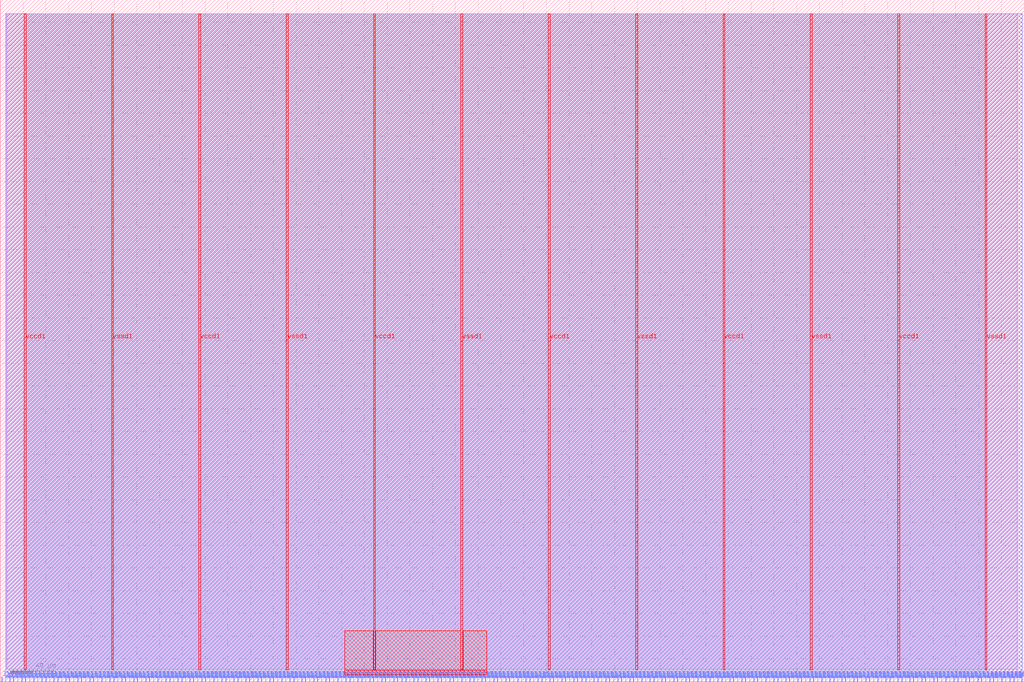
<source format=lef>
VERSION 5.7 ;
  NOWIREEXTENSIONATPIN ON ;
  DIVIDERCHAR "/" ;
  BUSBITCHARS "[]" ;
MACRO macro_13
  CLASS BLOCK ;
  FOREIGN macro_13 ;
  ORIGIN 0.000 0.000 ;
  SIZE 900.000 BY 600.000 ;
  PIN la_data_in[0]
    DIRECTION INPUT ;
    USE SIGNAL ;
    PORT
      LAYER met2 ;
        RECT 1.470 0.000 1.750 4.000 ;
    END
  END la_data_in[0]
  PIN la_data_in[100]
    DIRECTION INPUT ;
    USE SIGNAL ;
    PORT
      LAYER met2 ;
        RECT 704.350 0.000 704.630 4.000 ;
    END
  END la_data_in[100]
  PIN la_data_in[101]
    DIRECTION INPUT ;
    USE SIGNAL ;
    PORT
      LAYER met2 ;
        RECT 711.710 0.000 711.990 4.000 ;
    END
  END la_data_in[101]
  PIN la_data_in[102]
    DIRECTION INPUT ;
    USE SIGNAL ;
    PORT
      LAYER met2 ;
        RECT 718.610 0.000 718.890 4.000 ;
    END
  END la_data_in[102]
  PIN la_data_in[103]
    DIRECTION INPUT ;
    USE SIGNAL ;
    PORT
      LAYER met2 ;
        RECT 725.510 0.000 725.790 4.000 ;
    END
  END la_data_in[103]
  PIN la_data_in[104]
    DIRECTION INPUT ;
    USE SIGNAL ;
    PORT
      LAYER met2 ;
        RECT 732.870 0.000 733.150 4.000 ;
    END
  END la_data_in[104]
  PIN la_data_in[105]
    DIRECTION INPUT ;
    USE SIGNAL ;
    PORT
      LAYER met2 ;
        RECT 739.770 0.000 740.050 4.000 ;
    END
  END la_data_in[105]
  PIN la_data_in[106]
    DIRECTION INPUT ;
    USE SIGNAL ;
    PORT
      LAYER met2 ;
        RECT 746.670 0.000 746.950 4.000 ;
    END
  END la_data_in[106]
  PIN la_data_in[107]
    DIRECTION INPUT ;
    USE SIGNAL ;
    PORT
      LAYER met2 ;
        RECT 753.570 0.000 753.850 4.000 ;
    END
  END la_data_in[107]
  PIN la_data_in[108]
    DIRECTION INPUT ;
    USE SIGNAL ;
    PORT
      LAYER met2 ;
        RECT 760.930 0.000 761.210 4.000 ;
    END
  END la_data_in[108]
  PIN la_data_in[109]
    DIRECTION INPUT ;
    USE SIGNAL ;
    PORT
      LAYER met2 ;
        RECT 767.830 0.000 768.110 4.000 ;
    END
  END la_data_in[109]
  PIN la_data_in[10]
    DIRECTION INPUT ;
    USE SIGNAL ;
    PORT
      LAYER met2 ;
        RECT 71.390 0.000 71.670 4.000 ;
    END
  END la_data_in[10]
  PIN la_data_in[110]
    DIRECTION INPUT ;
    USE SIGNAL ;
    PORT
      LAYER met2 ;
        RECT 774.730 0.000 775.010 4.000 ;
    END
  END la_data_in[110]
  PIN la_data_in[111]
    DIRECTION INPUT ;
    USE SIGNAL ;
    PORT
      LAYER met2 ;
        RECT 782.090 0.000 782.370 4.000 ;
    END
  END la_data_in[111]
  PIN la_data_in[112]
    DIRECTION INPUT ;
    USE SIGNAL ;
    PORT
      LAYER met2 ;
        RECT 788.990 0.000 789.270 4.000 ;
    END
  END la_data_in[112]
  PIN la_data_in[113]
    DIRECTION INPUT ;
    USE SIGNAL ;
    PORT
      LAYER met2 ;
        RECT 795.890 0.000 796.170 4.000 ;
    END
  END la_data_in[113]
  PIN la_data_in[114]
    DIRECTION INPUT ;
    USE SIGNAL ;
    PORT
      LAYER met2 ;
        RECT 802.790 0.000 803.070 4.000 ;
    END
  END la_data_in[114]
  PIN la_data_in[115]
    DIRECTION INPUT ;
    USE SIGNAL ;
    PORT
      LAYER met2 ;
        RECT 810.150 0.000 810.430 4.000 ;
    END
  END la_data_in[115]
  PIN la_data_in[116]
    DIRECTION INPUT ;
    USE SIGNAL ;
    PORT
      LAYER met2 ;
        RECT 817.050 0.000 817.330 4.000 ;
    END
  END la_data_in[116]
  PIN la_data_in[117]
    DIRECTION INPUT ;
    USE SIGNAL ;
    PORT
      LAYER met2 ;
        RECT 823.950 0.000 824.230 4.000 ;
    END
  END la_data_in[117]
  PIN la_data_in[118]
    DIRECTION INPUT ;
    USE SIGNAL ;
    PORT
      LAYER met2 ;
        RECT 831.310 0.000 831.590 4.000 ;
    END
  END la_data_in[118]
  PIN la_data_in[119]
    DIRECTION INPUT ;
    USE SIGNAL ;
    PORT
      LAYER met2 ;
        RECT 838.210 0.000 838.490 4.000 ;
    END
  END la_data_in[119]
  PIN la_data_in[11]
    DIRECTION INPUT ;
    USE SIGNAL ;
    PORT
      LAYER met2 ;
        RECT 78.750 0.000 79.030 4.000 ;
    END
  END la_data_in[11]
  PIN la_data_in[120]
    DIRECTION INPUT ;
    USE SIGNAL ;
    PORT
      LAYER met2 ;
        RECT 845.110 0.000 845.390 4.000 ;
    END
  END la_data_in[120]
  PIN la_data_in[121]
    DIRECTION INPUT ;
    USE SIGNAL ;
    PORT
      LAYER met2 ;
        RECT 852.010 0.000 852.290 4.000 ;
    END
  END la_data_in[121]
  PIN la_data_in[122]
    DIRECTION INPUT ;
    USE SIGNAL ;
    PORT
      LAYER met2 ;
        RECT 859.370 0.000 859.650 4.000 ;
    END
  END la_data_in[122]
  PIN la_data_in[123]
    DIRECTION INPUT ;
    USE SIGNAL ;
    PORT
      LAYER met2 ;
        RECT 866.270 0.000 866.550 4.000 ;
    END
  END la_data_in[123]
  PIN la_data_in[124]
    DIRECTION INPUT ;
    USE SIGNAL ;
    PORT
      LAYER met2 ;
        RECT 873.170 0.000 873.450 4.000 ;
    END
  END la_data_in[124]
  PIN la_data_in[125]
    DIRECTION INPUT ;
    USE SIGNAL ;
    PORT
      LAYER met2 ;
        RECT 880.530 0.000 880.810 4.000 ;
    END
  END la_data_in[125]
  PIN la_data_in[126]
    DIRECTION INPUT ;
    USE SIGNAL ;
    PORT
      LAYER met2 ;
        RECT 887.430 0.000 887.710 4.000 ;
    END
  END la_data_in[126]
  PIN la_data_in[127]
    DIRECTION INPUT ;
    USE SIGNAL ;
    PORT
      LAYER met2 ;
        RECT 894.330 0.000 894.610 4.000 ;
    END
  END la_data_in[127]
  PIN la_data_in[12]
    DIRECTION INPUT ;
    USE SIGNAL ;
    PORT
      LAYER met2 ;
        RECT 85.650 0.000 85.930 4.000 ;
    END
  END la_data_in[12]
  PIN la_data_in[13]
    DIRECTION INPUT ;
    USE SIGNAL ;
    PORT
      LAYER met2 ;
        RECT 92.550 0.000 92.830 4.000 ;
    END
  END la_data_in[13]
  PIN la_data_in[14]
    DIRECTION INPUT ;
    USE SIGNAL ;
    PORT
      LAYER met2 ;
        RECT 99.910 0.000 100.190 4.000 ;
    END
  END la_data_in[14]
  PIN la_data_in[15]
    DIRECTION INPUT ;
    USE SIGNAL ;
    PORT
      LAYER met2 ;
        RECT 106.810 0.000 107.090 4.000 ;
    END
  END la_data_in[15]
  PIN la_data_in[16]
    DIRECTION INPUT ;
    USE SIGNAL ;
    PORT
      LAYER met2 ;
        RECT 113.710 0.000 113.990 4.000 ;
    END
  END la_data_in[16]
  PIN la_data_in[17]
    DIRECTION INPUT ;
    USE SIGNAL ;
    PORT
      LAYER met2 ;
        RECT 120.610 0.000 120.890 4.000 ;
    END
  END la_data_in[17]
  PIN la_data_in[18]
    DIRECTION INPUT ;
    USE SIGNAL ;
    PORT
      LAYER met2 ;
        RECT 127.970 0.000 128.250 4.000 ;
    END
  END la_data_in[18]
  PIN la_data_in[19]
    DIRECTION INPUT ;
    USE SIGNAL ;
    PORT
      LAYER met2 ;
        RECT 134.870 0.000 135.150 4.000 ;
    END
  END la_data_in[19]
  PIN la_data_in[1]
    DIRECTION INPUT ;
    USE SIGNAL ;
    PORT
      LAYER met2 ;
        RECT 8.370 0.000 8.650 4.000 ;
    END
  END la_data_in[1]
  PIN la_data_in[20]
    DIRECTION INPUT ;
    USE SIGNAL ;
    PORT
      LAYER met2 ;
        RECT 141.770 0.000 142.050 4.000 ;
    END
  END la_data_in[20]
  PIN la_data_in[21]
    DIRECTION INPUT ;
    USE SIGNAL ;
    PORT
      LAYER met2 ;
        RECT 149.130 0.000 149.410 4.000 ;
    END
  END la_data_in[21]
  PIN la_data_in[22]
    DIRECTION INPUT ;
    USE SIGNAL ;
    PORT
      LAYER met2 ;
        RECT 156.030 0.000 156.310 4.000 ;
    END
  END la_data_in[22]
  PIN la_data_in[23]
    DIRECTION INPUT ;
    USE SIGNAL ;
    PORT
      LAYER met2 ;
        RECT 162.930 0.000 163.210 4.000 ;
    END
  END la_data_in[23]
  PIN la_data_in[24]
    DIRECTION INPUT ;
    USE SIGNAL ;
    PORT
      LAYER met2 ;
        RECT 169.830 0.000 170.110 4.000 ;
    END
  END la_data_in[24]
  PIN la_data_in[25]
    DIRECTION INPUT ;
    USE SIGNAL ;
    PORT
      LAYER met2 ;
        RECT 177.190 0.000 177.470 4.000 ;
    END
  END la_data_in[25]
  PIN la_data_in[26]
    DIRECTION INPUT ;
    USE SIGNAL ;
    PORT
      LAYER met2 ;
        RECT 184.090 0.000 184.370 4.000 ;
    END
  END la_data_in[26]
  PIN la_data_in[27]
    DIRECTION INPUT ;
    USE SIGNAL ;
    PORT
      LAYER met2 ;
        RECT 190.990 0.000 191.270 4.000 ;
    END
  END la_data_in[27]
  PIN la_data_in[28]
    DIRECTION INPUT ;
    USE SIGNAL ;
    PORT
      LAYER met2 ;
        RECT 198.350 0.000 198.630 4.000 ;
    END
  END la_data_in[28]
  PIN la_data_in[29]
    DIRECTION INPUT ;
    USE SIGNAL ;
    PORT
      LAYER met2 ;
        RECT 205.250 0.000 205.530 4.000 ;
    END
  END la_data_in[29]
  PIN la_data_in[2]
    DIRECTION INPUT ;
    USE SIGNAL ;
    PORT
      LAYER met2 ;
        RECT 15.270 0.000 15.550 4.000 ;
    END
  END la_data_in[2]
  PIN la_data_in[30]
    DIRECTION INPUT ;
    USE SIGNAL ;
    PORT
      LAYER met2 ;
        RECT 212.150 0.000 212.430 4.000 ;
    END
  END la_data_in[30]
  PIN la_data_in[31]
    DIRECTION INPUT ;
    USE SIGNAL ;
    PORT
      LAYER met2 ;
        RECT 219.050 0.000 219.330 4.000 ;
    END
  END la_data_in[31]
  PIN la_data_in[32]
    DIRECTION INPUT ;
    USE SIGNAL ;
    PORT
      LAYER met2 ;
        RECT 226.410 0.000 226.690 4.000 ;
    END
  END la_data_in[32]
  PIN la_data_in[33]
    DIRECTION INPUT ;
    USE SIGNAL ;
    PORT
      LAYER met2 ;
        RECT 233.310 0.000 233.590 4.000 ;
    END
  END la_data_in[33]
  PIN la_data_in[34]
    DIRECTION INPUT ;
    USE SIGNAL ;
    PORT
      LAYER met2 ;
        RECT 240.210 0.000 240.490 4.000 ;
    END
  END la_data_in[34]
  PIN la_data_in[35]
    DIRECTION INPUT ;
    USE SIGNAL ;
    PORT
      LAYER met2 ;
        RECT 247.570 0.000 247.850 4.000 ;
    END
  END la_data_in[35]
  PIN la_data_in[36]
    DIRECTION INPUT ;
    USE SIGNAL ;
    PORT
      LAYER met2 ;
        RECT 254.470 0.000 254.750 4.000 ;
    END
  END la_data_in[36]
  PIN la_data_in[37]
    DIRECTION INPUT ;
    USE SIGNAL ;
    PORT
      LAYER met2 ;
        RECT 261.370 0.000 261.650 4.000 ;
    END
  END la_data_in[37]
  PIN la_data_in[38]
    DIRECTION INPUT ;
    USE SIGNAL ;
    PORT
      LAYER met2 ;
        RECT 268.270 0.000 268.550 4.000 ;
    END
  END la_data_in[38]
  PIN la_data_in[39]
    DIRECTION INPUT ;
    USE SIGNAL ;
    PORT
      LAYER met2 ;
        RECT 275.630 0.000 275.910 4.000 ;
    END
  END la_data_in[39]
  PIN la_data_in[3]
    DIRECTION INPUT ;
    USE SIGNAL ;
    PORT
      LAYER met2 ;
        RECT 22.170 0.000 22.450 4.000 ;
    END
  END la_data_in[3]
  PIN la_data_in[40]
    DIRECTION INPUT ;
    USE SIGNAL ;
    PORT
      LAYER met2 ;
        RECT 282.530 0.000 282.810 4.000 ;
    END
  END la_data_in[40]
  PIN la_data_in[41]
    DIRECTION INPUT ;
    USE SIGNAL ;
    PORT
      LAYER met2 ;
        RECT 289.430 0.000 289.710 4.000 ;
    END
  END la_data_in[41]
  PIN la_data_in[42]
    DIRECTION INPUT ;
    USE SIGNAL ;
    PORT
      LAYER met2 ;
        RECT 296.790 0.000 297.070 4.000 ;
    END
  END la_data_in[42]
  PIN la_data_in[43]
    DIRECTION INPUT ;
    USE SIGNAL ;
    PORT
      LAYER met2 ;
        RECT 303.690 0.000 303.970 4.000 ;
    END
  END la_data_in[43]
  PIN la_data_in[44]
    DIRECTION INPUT ;
    USE SIGNAL ;
    PORT
      LAYER met2 ;
        RECT 310.590 0.000 310.870 4.000 ;
    END
  END la_data_in[44]
  PIN la_data_in[45]
    DIRECTION INPUT ;
    USE SIGNAL ;
    PORT
      LAYER met2 ;
        RECT 317.950 0.000 318.230 4.000 ;
    END
  END la_data_in[45]
  PIN la_data_in[46]
    DIRECTION INPUT ;
    USE SIGNAL ;
    PORT
      LAYER met2 ;
        RECT 324.850 0.000 325.130 4.000 ;
    END
  END la_data_in[46]
  PIN la_data_in[47]
    DIRECTION INPUT ;
    USE SIGNAL ;
    PORT
      LAYER met2 ;
        RECT 331.750 0.000 332.030 4.000 ;
    END
  END la_data_in[47]
  PIN la_data_in[48]
    DIRECTION INPUT ;
    USE SIGNAL ;
    PORT
      LAYER met2 ;
        RECT 338.650 0.000 338.930 4.000 ;
    END
  END la_data_in[48]
  PIN la_data_in[49]
    DIRECTION INPUT ;
    USE SIGNAL ;
    PORT
      LAYER met2 ;
        RECT 346.010 0.000 346.290 4.000 ;
    END
  END la_data_in[49]
  PIN la_data_in[4]
    DIRECTION INPUT ;
    USE SIGNAL ;
    PORT
      LAYER met2 ;
        RECT 29.530 0.000 29.810 4.000 ;
    END
  END la_data_in[4]
  PIN la_data_in[50]
    DIRECTION INPUT ;
    USE SIGNAL ;
    PORT
      LAYER met2 ;
        RECT 352.910 0.000 353.190 4.000 ;
    END
  END la_data_in[50]
  PIN la_data_in[51]
    DIRECTION INPUT ;
    USE SIGNAL ;
    PORT
      LAYER met2 ;
        RECT 359.810 0.000 360.090 4.000 ;
    END
  END la_data_in[51]
  PIN la_data_in[52]
    DIRECTION INPUT ;
    USE SIGNAL ;
    PORT
      LAYER met2 ;
        RECT 367.170 0.000 367.450 4.000 ;
    END
  END la_data_in[52]
  PIN la_data_in[53]
    DIRECTION INPUT ;
    USE SIGNAL ;
    PORT
      LAYER met2 ;
        RECT 374.070 0.000 374.350 4.000 ;
    END
  END la_data_in[53]
  PIN la_data_in[54]
    DIRECTION INPUT ;
    USE SIGNAL ;
    PORT
      LAYER met2 ;
        RECT 380.970 0.000 381.250 4.000 ;
    END
  END la_data_in[54]
  PIN la_data_in[55]
    DIRECTION INPUT ;
    USE SIGNAL ;
    PORT
      LAYER met2 ;
        RECT 387.870 0.000 388.150 4.000 ;
    END
  END la_data_in[55]
  PIN la_data_in[56]
    DIRECTION INPUT ;
    USE SIGNAL ;
    PORT
      LAYER met2 ;
        RECT 395.230 0.000 395.510 4.000 ;
    END
  END la_data_in[56]
  PIN la_data_in[57]
    DIRECTION INPUT ;
    USE SIGNAL ;
    PORT
      LAYER met2 ;
        RECT 402.130 0.000 402.410 4.000 ;
    END
  END la_data_in[57]
  PIN la_data_in[58]
    DIRECTION INPUT ;
    USE SIGNAL ;
    PORT
      LAYER met2 ;
        RECT 409.030 0.000 409.310 4.000 ;
    END
  END la_data_in[58]
  PIN la_data_in[59]
    DIRECTION INPUT ;
    USE SIGNAL ;
    PORT
      LAYER met2 ;
        RECT 416.390 0.000 416.670 4.000 ;
    END
  END la_data_in[59]
  PIN la_data_in[5]
    DIRECTION INPUT ;
    USE SIGNAL ;
    PORT
      LAYER met2 ;
        RECT 36.430 0.000 36.710 4.000 ;
    END
  END la_data_in[5]
  PIN la_data_in[60]
    DIRECTION INPUT ;
    USE SIGNAL ;
    PORT
      LAYER met2 ;
        RECT 423.290 0.000 423.570 4.000 ;
    END
  END la_data_in[60]
  PIN la_data_in[61]
    DIRECTION INPUT ;
    USE SIGNAL ;
    PORT
      LAYER met2 ;
        RECT 430.190 0.000 430.470 4.000 ;
    END
  END la_data_in[61]
  PIN la_data_in[62]
    DIRECTION INPUT ;
    USE SIGNAL ;
    PORT
      LAYER met2 ;
        RECT 437.090 0.000 437.370 4.000 ;
    END
  END la_data_in[62]
  PIN la_data_in[63]
    DIRECTION INPUT ;
    USE SIGNAL ;
    PORT
      LAYER met2 ;
        RECT 444.450 0.000 444.730 4.000 ;
    END
  END la_data_in[63]
  PIN la_data_in[64]
    DIRECTION INPUT ;
    USE SIGNAL ;
    PORT
      LAYER met2 ;
        RECT 451.350 0.000 451.630 4.000 ;
    END
  END la_data_in[64]
  PIN la_data_in[65]
    DIRECTION INPUT ;
    USE SIGNAL ;
    PORT
      LAYER met2 ;
        RECT 458.250 0.000 458.530 4.000 ;
    END
  END la_data_in[65]
  PIN la_data_in[66]
    DIRECTION INPUT ;
    USE SIGNAL ;
    PORT
      LAYER met2 ;
        RECT 465.610 0.000 465.890 4.000 ;
    END
  END la_data_in[66]
  PIN la_data_in[67]
    DIRECTION INPUT ;
    USE SIGNAL ;
    PORT
      LAYER met2 ;
        RECT 472.510 0.000 472.790 4.000 ;
    END
  END la_data_in[67]
  PIN la_data_in[68]
    DIRECTION INPUT ;
    USE SIGNAL ;
    PORT
      LAYER met2 ;
        RECT 479.410 0.000 479.690 4.000 ;
    END
  END la_data_in[68]
  PIN la_data_in[69]
    DIRECTION INPUT ;
    USE SIGNAL ;
    PORT
      LAYER met2 ;
        RECT 486.310 0.000 486.590 4.000 ;
    END
  END la_data_in[69]
  PIN la_data_in[6]
    DIRECTION INPUT ;
    USE SIGNAL ;
    PORT
      LAYER met2 ;
        RECT 43.330 0.000 43.610 4.000 ;
    END
  END la_data_in[6]
  PIN la_data_in[70]
    DIRECTION INPUT ;
    USE SIGNAL ;
    PORT
      LAYER met2 ;
        RECT 493.670 0.000 493.950 4.000 ;
    END
  END la_data_in[70]
  PIN la_data_in[71]
    DIRECTION INPUT ;
    USE SIGNAL ;
    PORT
      LAYER met2 ;
        RECT 500.570 0.000 500.850 4.000 ;
    END
  END la_data_in[71]
  PIN la_data_in[72]
    DIRECTION INPUT ;
    USE SIGNAL ;
    PORT
      LAYER met2 ;
        RECT 507.470 0.000 507.750 4.000 ;
    END
  END la_data_in[72]
  PIN la_data_in[73]
    DIRECTION INPUT ;
    USE SIGNAL ;
    PORT
      LAYER met2 ;
        RECT 514.830 0.000 515.110 4.000 ;
    END
  END la_data_in[73]
  PIN la_data_in[74]
    DIRECTION INPUT ;
    USE SIGNAL ;
    PORT
      LAYER met2 ;
        RECT 521.730 0.000 522.010 4.000 ;
    END
  END la_data_in[74]
  PIN la_data_in[75]
    DIRECTION INPUT ;
    USE SIGNAL ;
    PORT
      LAYER met2 ;
        RECT 528.630 0.000 528.910 4.000 ;
    END
  END la_data_in[75]
  PIN la_data_in[76]
    DIRECTION INPUT ;
    USE SIGNAL ;
    PORT
      LAYER met2 ;
        RECT 535.530 0.000 535.810 4.000 ;
    END
  END la_data_in[76]
  PIN la_data_in[77]
    DIRECTION INPUT ;
    USE SIGNAL ;
    PORT
      LAYER met2 ;
        RECT 542.890 0.000 543.170 4.000 ;
    END
  END la_data_in[77]
  PIN la_data_in[78]
    DIRECTION INPUT ;
    USE SIGNAL ;
    PORT
      LAYER met2 ;
        RECT 549.790 0.000 550.070 4.000 ;
    END
  END la_data_in[78]
  PIN la_data_in[79]
    DIRECTION INPUT ;
    USE SIGNAL ;
    PORT
      LAYER met2 ;
        RECT 556.690 0.000 556.970 4.000 ;
    END
  END la_data_in[79]
  PIN la_data_in[7]
    DIRECTION INPUT ;
    USE SIGNAL ;
    PORT
      LAYER met2 ;
        RECT 50.690 0.000 50.970 4.000 ;
    END
  END la_data_in[7]
  PIN la_data_in[80]
    DIRECTION INPUT ;
    USE SIGNAL ;
    PORT
      LAYER met2 ;
        RECT 564.050 0.000 564.330 4.000 ;
    END
  END la_data_in[80]
  PIN la_data_in[81]
    DIRECTION INPUT ;
    USE SIGNAL ;
    PORT
      LAYER met2 ;
        RECT 570.950 0.000 571.230 4.000 ;
    END
  END la_data_in[81]
  PIN la_data_in[82]
    DIRECTION INPUT ;
    USE SIGNAL ;
    PORT
      LAYER met2 ;
        RECT 577.850 0.000 578.130 4.000 ;
    END
  END la_data_in[82]
  PIN la_data_in[83]
    DIRECTION INPUT ;
    USE SIGNAL ;
    PORT
      LAYER met2 ;
        RECT 584.750 0.000 585.030 4.000 ;
    END
  END la_data_in[83]
  PIN la_data_in[84]
    DIRECTION INPUT ;
    USE SIGNAL ;
    PORT
      LAYER met2 ;
        RECT 592.110 0.000 592.390 4.000 ;
    END
  END la_data_in[84]
  PIN la_data_in[85]
    DIRECTION INPUT ;
    USE SIGNAL ;
    PORT
      LAYER met2 ;
        RECT 599.010 0.000 599.290 4.000 ;
    END
  END la_data_in[85]
  PIN la_data_in[86]
    DIRECTION INPUT ;
    USE SIGNAL ;
    PORT
      LAYER met2 ;
        RECT 605.910 0.000 606.190 4.000 ;
    END
  END la_data_in[86]
  PIN la_data_in[87]
    DIRECTION INPUT ;
    USE SIGNAL ;
    PORT
      LAYER met2 ;
        RECT 613.270 0.000 613.550 4.000 ;
    END
  END la_data_in[87]
  PIN la_data_in[88]
    DIRECTION INPUT ;
    USE SIGNAL ;
    PORT
      LAYER met2 ;
        RECT 620.170 0.000 620.450 4.000 ;
    END
  END la_data_in[88]
  PIN la_data_in[89]
    DIRECTION INPUT ;
    USE SIGNAL ;
    PORT
      LAYER met2 ;
        RECT 627.070 0.000 627.350 4.000 ;
    END
  END la_data_in[89]
  PIN la_data_in[8]
    DIRECTION INPUT ;
    USE SIGNAL ;
    PORT
      LAYER met2 ;
        RECT 57.590 0.000 57.870 4.000 ;
    END
  END la_data_in[8]
  PIN la_data_in[90]
    DIRECTION INPUT ;
    USE SIGNAL ;
    PORT
      LAYER met2 ;
        RECT 634.430 0.000 634.710 4.000 ;
    END
  END la_data_in[90]
  PIN la_data_in[91]
    DIRECTION INPUT ;
    USE SIGNAL ;
    PORT
      LAYER met2 ;
        RECT 641.330 0.000 641.610 4.000 ;
    END
  END la_data_in[91]
  PIN la_data_in[92]
    DIRECTION INPUT ;
    USE SIGNAL ;
    PORT
      LAYER met2 ;
        RECT 648.230 0.000 648.510 4.000 ;
    END
  END la_data_in[92]
  PIN la_data_in[93]
    DIRECTION INPUT ;
    USE SIGNAL ;
    PORT
      LAYER met2 ;
        RECT 655.130 0.000 655.410 4.000 ;
    END
  END la_data_in[93]
  PIN la_data_in[94]
    DIRECTION INPUT ;
    USE SIGNAL ;
    PORT
      LAYER met2 ;
        RECT 662.490 0.000 662.770 4.000 ;
    END
  END la_data_in[94]
  PIN la_data_in[95]
    DIRECTION INPUT ;
    USE SIGNAL ;
    PORT
      LAYER met2 ;
        RECT 669.390 0.000 669.670 4.000 ;
    END
  END la_data_in[95]
  PIN la_data_in[96]
    DIRECTION INPUT ;
    USE SIGNAL ;
    PORT
      LAYER met2 ;
        RECT 676.290 0.000 676.570 4.000 ;
    END
  END la_data_in[96]
  PIN la_data_in[97]
    DIRECTION INPUT ;
    USE SIGNAL ;
    PORT
      LAYER met2 ;
        RECT 683.650 0.000 683.930 4.000 ;
    END
  END la_data_in[97]
  PIN la_data_in[98]
    DIRECTION INPUT ;
    USE SIGNAL ;
    PORT
      LAYER met2 ;
        RECT 690.550 0.000 690.830 4.000 ;
    END
  END la_data_in[98]
  PIN la_data_in[99]
    DIRECTION INPUT ;
    USE SIGNAL ;
    PORT
      LAYER met2 ;
        RECT 697.450 0.000 697.730 4.000 ;
    END
  END la_data_in[99]
  PIN la_data_in[9]
    DIRECTION INPUT ;
    USE SIGNAL ;
    PORT
      LAYER met2 ;
        RECT 64.490 0.000 64.770 4.000 ;
    END
  END la_data_in[9]
  PIN la_data_out[0]
    DIRECTION OUTPUT TRISTATE ;
    USE SIGNAL ;
    PORT
      LAYER met2 ;
        RECT 4.690 0.000 4.970 4.000 ;
    END
  END la_data_out[0]
  PIN la_data_out[100]
    DIRECTION OUTPUT TRISTATE ;
    USE SIGNAL ;
    PORT
      LAYER met2 ;
        RECT 708.030 0.000 708.310 4.000 ;
    END
  END la_data_out[100]
  PIN la_data_out[101]
    DIRECTION OUTPUT TRISTATE ;
    USE SIGNAL ;
    PORT
      LAYER met2 ;
        RECT 714.930 0.000 715.210 4.000 ;
    END
  END la_data_out[101]
  PIN la_data_out[102]
    DIRECTION OUTPUT TRISTATE ;
    USE SIGNAL ;
    PORT
      LAYER met2 ;
        RECT 722.290 0.000 722.570 4.000 ;
    END
  END la_data_out[102]
  PIN la_data_out[103]
    DIRECTION OUTPUT TRISTATE ;
    USE SIGNAL ;
    PORT
      LAYER met2 ;
        RECT 729.190 0.000 729.470 4.000 ;
    END
  END la_data_out[103]
  PIN la_data_out[104]
    DIRECTION OUTPUT TRISTATE ;
    USE SIGNAL ;
    PORT
      LAYER met2 ;
        RECT 736.090 0.000 736.370 4.000 ;
    END
  END la_data_out[104]
  PIN la_data_out[105]
    DIRECTION OUTPUT TRISTATE ;
    USE SIGNAL ;
    PORT
      LAYER met2 ;
        RECT 742.990 0.000 743.270 4.000 ;
    END
  END la_data_out[105]
  PIN la_data_out[106]
    DIRECTION OUTPUT TRISTATE ;
    USE SIGNAL ;
    PORT
      LAYER met2 ;
        RECT 750.350 0.000 750.630 4.000 ;
    END
  END la_data_out[106]
  PIN la_data_out[107]
    DIRECTION OUTPUT TRISTATE ;
    USE SIGNAL ;
    PORT
      LAYER met2 ;
        RECT 757.250 0.000 757.530 4.000 ;
    END
  END la_data_out[107]
  PIN la_data_out[108]
    DIRECTION OUTPUT TRISTATE ;
    USE SIGNAL ;
    PORT
      LAYER met2 ;
        RECT 764.150 0.000 764.430 4.000 ;
    END
  END la_data_out[108]
  PIN la_data_out[109]
    DIRECTION OUTPUT TRISTATE ;
    USE SIGNAL ;
    PORT
      LAYER met2 ;
        RECT 771.510 0.000 771.790 4.000 ;
    END
  END la_data_out[109]
  PIN la_data_out[10]
    DIRECTION OUTPUT TRISTATE ;
    USE SIGNAL ;
    PORT
      LAYER met2 ;
        RECT 75.070 0.000 75.350 4.000 ;
    END
  END la_data_out[10]
  PIN la_data_out[110]
    DIRECTION OUTPUT TRISTATE ;
    USE SIGNAL ;
    PORT
      LAYER met2 ;
        RECT 778.410 0.000 778.690 4.000 ;
    END
  END la_data_out[110]
  PIN la_data_out[111]
    DIRECTION OUTPUT TRISTATE ;
    USE SIGNAL ;
    PORT
      LAYER met2 ;
        RECT 785.310 0.000 785.590 4.000 ;
    END
  END la_data_out[111]
  PIN la_data_out[112]
    DIRECTION OUTPUT TRISTATE ;
    USE SIGNAL ;
    PORT
      LAYER met2 ;
        RECT 792.670 0.000 792.950 4.000 ;
    END
  END la_data_out[112]
  PIN la_data_out[113]
    DIRECTION OUTPUT TRISTATE ;
    USE SIGNAL ;
    PORT
      LAYER met2 ;
        RECT 799.570 0.000 799.850 4.000 ;
    END
  END la_data_out[113]
  PIN la_data_out[114]
    DIRECTION OUTPUT TRISTATE ;
    USE SIGNAL ;
    PORT
      LAYER met2 ;
        RECT 806.470 0.000 806.750 4.000 ;
    END
  END la_data_out[114]
  PIN la_data_out[115]
    DIRECTION OUTPUT TRISTATE ;
    USE SIGNAL ;
    PORT
      LAYER met2 ;
        RECT 813.370 0.000 813.650 4.000 ;
    END
  END la_data_out[115]
  PIN la_data_out[116]
    DIRECTION OUTPUT TRISTATE ;
    USE SIGNAL ;
    PORT
      LAYER met2 ;
        RECT 820.730 0.000 821.010 4.000 ;
    END
  END la_data_out[116]
  PIN la_data_out[117]
    DIRECTION OUTPUT TRISTATE ;
    USE SIGNAL ;
    PORT
      LAYER met2 ;
        RECT 827.630 0.000 827.910 4.000 ;
    END
  END la_data_out[117]
  PIN la_data_out[118]
    DIRECTION OUTPUT TRISTATE ;
    USE SIGNAL ;
    PORT
      LAYER met2 ;
        RECT 834.530 0.000 834.810 4.000 ;
    END
  END la_data_out[118]
  PIN la_data_out[119]
    DIRECTION OUTPUT TRISTATE ;
    USE SIGNAL ;
    PORT
      LAYER met2 ;
        RECT 841.890 0.000 842.170 4.000 ;
    END
  END la_data_out[119]
  PIN la_data_out[11]
    DIRECTION OUTPUT TRISTATE ;
    USE SIGNAL ;
    PORT
      LAYER met2 ;
        RECT 81.970 0.000 82.250 4.000 ;
    END
  END la_data_out[11]
  PIN la_data_out[120]
    DIRECTION OUTPUT TRISTATE ;
    USE SIGNAL ;
    PORT
      LAYER met2 ;
        RECT 848.790 0.000 849.070 4.000 ;
    END
  END la_data_out[120]
  PIN la_data_out[121]
    DIRECTION OUTPUT TRISTATE ;
    USE SIGNAL ;
    PORT
      LAYER met2 ;
        RECT 855.690 0.000 855.970 4.000 ;
    END
  END la_data_out[121]
  PIN la_data_out[122]
    DIRECTION OUTPUT TRISTATE ;
    USE SIGNAL ;
    PORT
      LAYER met2 ;
        RECT 862.590 0.000 862.870 4.000 ;
    END
  END la_data_out[122]
  PIN la_data_out[123]
    DIRECTION OUTPUT TRISTATE ;
    USE SIGNAL ;
    PORT
      LAYER met2 ;
        RECT 869.950 0.000 870.230 4.000 ;
    END
  END la_data_out[123]
  PIN la_data_out[124]
    DIRECTION OUTPUT TRISTATE ;
    USE SIGNAL ;
    PORT
      LAYER met2 ;
        RECT 876.850 0.000 877.130 4.000 ;
    END
  END la_data_out[124]
  PIN la_data_out[125]
    DIRECTION OUTPUT TRISTATE ;
    USE SIGNAL ;
    PORT
      LAYER met2 ;
        RECT 883.750 0.000 884.030 4.000 ;
    END
  END la_data_out[125]
  PIN la_data_out[126]
    DIRECTION OUTPUT TRISTATE ;
    USE SIGNAL ;
    PORT
      LAYER met2 ;
        RECT 891.110 0.000 891.390 4.000 ;
    END
  END la_data_out[126]
  PIN la_data_out[127]
    DIRECTION OUTPUT TRISTATE ;
    USE SIGNAL ;
    PORT
      LAYER met2 ;
        RECT 898.010 0.000 898.290 4.000 ;
    END
  END la_data_out[127]
  PIN la_data_out[12]
    DIRECTION OUTPUT TRISTATE ;
    USE SIGNAL ;
    PORT
      LAYER met2 ;
        RECT 89.330 0.000 89.610 4.000 ;
    END
  END la_data_out[12]
  PIN la_data_out[13]
    DIRECTION OUTPUT TRISTATE ;
    USE SIGNAL ;
    PORT
      LAYER met2 ;
        RECT 96.230 0.000 96.510 4.000 ;
    END
  END la_data_out[13]
  PIN la_data_out[14]
    DIRECTION OUTPUT TRISTATE ;
    USE SIGNAL ;
    PORT
      LAYER met2 ;
        RECT 103.130 0.000 103.410 4.000 ;
    END
  END la_data_out[14]
  PIN la_data_out[15]
    DIRECTION OUTPUT TRISTATE ;
    USE SIGNAL ;
    PORT
      LAYER met2 ;
        RECT 110.030 0.000 110.310 4.000 ;
    END
  END la_data_out[15]
  PIN la_data_out[16]
    DIRECTION OUTPUT TRISTATE ;
    USE SIGNAL ;
    PORT
      LAYER met2 ;
        RECT 117.390 0.000 117.670 4.000 ;
    END
  END la_data_out[16]
  PIN la_data_out[17]
    DIRECTION OUTPUT TRISTATE ;
    USE SIGNAL ;
    PORT
      LAYER met2 ;
        RECT 124.290 0.000 124.570 4.000 ;
    END
  END la_data_out[17]
  PIN la_data_out[18]
    DIRECTION OUTPUT TRISTATE ;
    USE SIGNAL ;
    PORT
      LAYER met2 ;
        RECT 131.190 0.000 131.470 4.000 ;
    END
  END la_data_out[18]
  PIN la_data_out[19]
    DIRECTION OUTPUT TRISTATE ;
    USE SIGNAL ;
    PORT
      LAYER met2 ;
        RECT 138.550 0.000 138.830 4.000 ;
    END
  END la_data_out[19]
  PIN la_data_out[1]
    DIRECTION OUTPUT TRISTATE ;
    USE SIGNAL ;
    PORT
      LAYER met2 ;
        RECT 11.590 0.000 11.870 4.000 ;
    END
  END la_data_out[1]
  PIN la_data_out[20]
    DIRECTION OUTPUT TRISTATE ;
    USE SIGNAL ;
    PORT
      LAYER met2 ;
        RECT 145.450 0.000 145.730 4.000 ;
    END
  END la_data_out[20]
  PIN la_data_out[21]
    DIRECTION OUTPUT TRISTATE ;
    USE SIGNAL ;
    PORT
      LAYER met2 ;
        RECT 152.350 0.000 152.630 4.000 ;
    END
  END la_data_out[21]
  PIN la_data_out[22]
    DIRECTION OUTPUT TRISTATE ;
    USE SIGNAL ;
    PORT
      LAYER met2 ;
        RECT 159.710 0.000 159.990 4.000 ;
    END
  END la_data_out[22]
  PIN la_data_out[23]
    DIRECTION OUTPUT TRISTATE ;
    USE SIGNAL ;
    PORT
      LAYER met2 ;
        RECT 166.610 0.000 166.890 4.000 ;
    END
  END la_data_out[23]
  PIN la_data_out[24]
    DIRECTION OUTPUT TRISTATE ;
    USE SIGNAL ;
    PORT
      LAYER met2 ;
        RECT 173.510 0.000 173.790 4.000 ;
    END
  END la_data_out[24]
  PIN la_data_out[25]
    DIRECTION OUTPUT TRISTATE ;
    USE SIGNAL ;
    PORT
      LAYER met2 ;
        RECT 180.410 0.000 180.690 4.000 ;
    END
  END la_data_out[25]
  PIN la_data_out[26]
    DIRECTION OUTPUT TRISTATE ;
    USE SIGNAL ;
    PORT
      LAYER met2 ;
        RECT 187.770 0.000 188.050 4.000 ;
    END
  END la_data_out[26]
  PIN la_data_out[27]
    DIRECTION OUTPUT TRISTATE ;
    USE SIGNAL ;
    PORT
      LAYER met2 ;
        RECT 194.670 0.000 194.950 4.000 ;
    END
  END la_data_out[27]
  PIN la_data_out[28]
    DIRECTION OUTPUT TRISTATE ;
    USE SIGNAL ;
    PORT
      LAYER met2 ;
        RECT 201.570 0.000 201.850 4.000 ;
    END
  END la_data_out[28]
  PIN la_data_out[29]
    DIRECTION OUTPUT TRISTATE ;
    USE SIGNAL ;
    PORT
      LAYER met2 ;
        RECT 208.930 0.000 209.210 4.000 ;
    END
  END la_data_out[29]
  PIN la_data_out[2]
    DIRECTION OUTPUT TRISTATE ;
    USE SIGNAL ;
    PORT
      LAYER met2 ;
        RECT 18.950 0.000 19.230 4.000 ;
    END
  END la_data_out[2]
  PIN la_data_out[30]
    DIRECTION OUTPUT TRISTATE ;
    USE SIGNAL ;
    PORT
      LAYER met2 ;
        RECT 215.830 0.000 216.110 4.000 ;
    END
  END la_data_out[30]
  PIN la_data_out[31]
    DIRECTION OUTPUT TRISTATE ;
    USE SIGNAL ;
    PORT
      LAYER met2 ;
        RECT 222.730 0.000 223.010 4.000 ;
    END
  END la_data_out[31]
  PIN la_data_out[32]
    DIRECTION OUTPUT TRISTATE ;
    USE SIGNAL ;
    PORT
      LAYER met2 ;
        RECT 229.630 0.000 229.910 4.000 ;
    END
  END la_data_out[32]
  PIN la_data_out[33]
    DIRECTION OUTPUT TRISTATE ;
    USE SIGNAL ;
    PORT
      LAYER met2 ;
        RECT 236.990 0.000 237.270 4.000 ;
    END
  END la_data_out[33]
  PIN la_data_out[34]
    DIRECTION OUTPUT TRISTATE ;
    USE SIGNAL ;
    PORT
      LAYER met2 ;
        RECT 243.890 0.000 244.170 4.000 ;
    END
  END la_data_out[34]
  PIN la_data_out[35]
    DIRECTION OUTPUT TRISTATE ;
    USE SIGNAL ;
    PORT
      LAYER met2 ;
        RECT 250.790 0.000 251.070 4.000 ;
    END
  END la_data_out[35]
  PIN la_data_out[36]
    DIRECTION OUTPUT TRISTATE ;
    USE SIGNAL ;
    PORT
      LAYER met2 ;
        RECT 258.150 0.000 258.430 4.000 ;
    END
  END la_data_out[36]
  PIN la_data_out[37]
    DIRECTION OUTPUT TRISTATE ;
    USE SIGNAL ;
    PORT
      LAYER met2 ;
        RECT 265.050 0.000 265.330 4.000 ;
    END
  END la_data_out[37]
  PIN la_data_out[38]
    DIRECTION OUTPUT TRISTATE ;
    USE SIGNAL ;
    PORT
      LAYER met2 ;
        RECT 271.950 0.000 272.230 4.000 ;
    END
  END la_data_out[38]
  PIN la_data_out[39]
    DIRECTION OUTPUT TRISTATE ;
    USE SIGNAL ;
    PORT
      LAYER met2 ;
        RECT 278.850 0.000 279.130 4.000 ;
    END
  END la_data_out[39]
  PIN la_data_out[3]
    DIRECTION OUTPUT TRISTATE ;
    USE SIGNAL ;
    PORT
      LAYER met2 ;
        RECT 25.850 0.000 26.130 4.000 ;
    END
  END la_data_out[3]
  PIN la_data_out[40]
    DIRECTION OUTPUT TRISTATE ;
    USE SIGNAL ;
    PORT
      LAYER met2 ;
        RECT 286.210 0.000 286.490 4.000 ;
    END
  END la_data_out[40]
  PIN la_data_out[41]
    DIRECTION OUTPUT TRISTATE ;
    USE SIGNAL ;
    PORT
      LAYER met2 ;
        RECT 293.110 0.000 293.390 4.000 ;
    END
  END la_data_out[41]
  PIN la_data_out[42]
    DIRECTION OUTPUT TRISTATE ;
    USE SIGNAL ;
    PORT
      LAYER met2 ;
        RECT 300.010 0.000 300.290 4.000 ;
    END
  END la_data_out[42]
  PIN la_data_out[43]
    DIRECTION OUTPUT TRISTATE ;
    USE SIGNAL ;
    PORT
      LAYER met2 ;
        RECT 307.370 0.000 307.650 4.000 ;
    END
  END la_data_out[43]
  PIN la_data_out[44]
    DIRECTION OUTPUT TRISTATE ;
    USE SIGNAL ;
    PORT
      LAYER met2 ;
        RECT 314.270 0.000 314.550 4.000 ;
    END
  END la_data_out[44]
  PIN la_data_out[45]
    DIRECTION OUTPUT TRISTATE ;
    USE SIGNAL ;
    PORT
      LAYER met2 ;
        RECT 321.170 0.000 321.450 4.000 ;
    END
  END la_data_out[45]
  PIN la_data_out[46]
    DIRECTION OUTPUT TRISTATE ;
    USE SIGNAL ;
    PORT
      LAYER met2 ;
        RECT 328.070 0.000 328.350 4.000 ;
    END
  END la_data_out[46]
  PIN la_data_out[47]
    DIRECTION OUTPUT TRISTATE ;
    USE SIGNAL ;
    PORT
      LAYER met2 ;
        RECT 335.430 0.000 335.710 4.000 ;
    END
  END la_data_out[47]
  PIN la_data_out[48]
    DIRECTION OUTPUT TRISTATE ;
    USE SIGNAL ;
    PORT
      LAYER met2 ;
        RECT 342.330 0.000 342.610 4.000 ;
    END
  END la_data_out[48]
  PIN la_data_out[49]
    DIRECTION OUTPUT TRISTATE ;
    USE SIGNAL ;
    PORT
      LAYER met2 ;
        RECT 349.230 0.000 349.510 4.000 ;
    END
  END la_data_out[49]
  PIN la_data_out[4]
    DIRECTION OUTPUT TRISTATE ;
    USE SIGNAL ;
    PORT
      LAYER met2 ;
        RECT 32.750 0.000 33.030 4.000 ;
    END
  END la_data_out[4]
  PIN la_data_out[50]
    DIRECTION OUTPUT TRISTATE ;
    USE SIGNAL ;
    PORT
      LAYER met2 ;
        RECT 356.590 0.000 356.870 4.000 ;
    END
  END la_data_out[50]
  PIN la_data_out[51]
    DIRECTION OUTPUT TRISTATE ;
    USE SIGNAL ;
    PORT
      LAYER met2 ;
        RECT 363.490 0.000 363.770 4.000 ;
    END
  END la_data_out[51]
  PIN la_data_out[52]
    DIRECTION OUTPUT TRISTATE ;
    USE SIGNAL ;
    PORT
      LAYER met2 ;
        RECT 370.390 0.000 370.670 4.000 ;
    END
  END la_data_out[52]
  PIN la_data_out[53]
    DIRECTION OUTPUT TRISTATE ;
    USE SIGNAL ;
    PORT
      LAYER met2 ;
        RECT 377.290 0.000 377.570 4.000 ;
    END
  END la_data_out[53]
  PIN la_data_out[54]
    DIRECTION OUTPUT TRISTATE ;
    USE SIGNAL ;
    PORT
      LAYER met2 ;
        RECT 384.650 0.000 384.930 4.000 ;
    END
  END la_data_out[54]
  PIN la_data_out[55]
    DIRECTION OUTPUT TRISTATE ;
    USE SIGNAL ;
    PORT
      LAYER met2 ;
        RECT 391.550 0.000 391.830 4.000 ;
    END
  END la_data_out[55]
  PIN la_data_out[56]
    DIRECTION OUTPUT TRISTATE ;
    USE SIGNAL ;
    PORT
      LAYER met2 ;
        RECT 398.450 0.000 398.730 4.000 ;
    END
  END la_data_out[56]
  PIN la_data_out[57]
    DIRECTION OUTPUT TRISTATE ;
    USE SIGNAL ;
    PORT
      LAYER met2 ;
        RECT 405.810 0.000 406.090 4.000 ;
    END
  END la_data_out[57]
  PIN la_data_out[58]
    DIRECTION OUTPUT TRISTATE ;
    USE SIGNAL ;
    PORT
      LAYER met2 ;
        RECT 412.710 0.000 412.990 4.000 ;
    END
  END la_data_out[58]
  PIN la_data_out[59]
    DIRECTION OUTPUT TRISTATE ;
    USE SIGNAL ;
    PORT
      LAYER met2 ;
        RECT 419.610 0.000 419.890 4.000 ;
    END
  END la_data_out[59]
  PIN la_data_out[5]
    DIRECTION OUTPUT TRISTATE ;
    USE SIGNAL ;
    PORT
      LAYER met2 ;
        RECT 40.110 0.000 40.390 4.000 ;
    END
  END la_data_out[5]
  PIN la_data_out[60]
    DIRECTION OUTPUT TRISTATE ;
    USE SIGNAL ;
    PORT
      LAYER met2 ;
        RECT 426.510 0.000 426.790 4.000 ;
    END
  END la_data_out[60]
  PIN la_data_out[61]
    DIRECTION OUTPUT TRISTATE ;
    USE SIGNAL ;
    PORT
      LAYER met2 ;
        RECT 433.870 0.000 434.150 4.000 ;
    END
  END la_data_out[61]
  PIN la_data_out[62]
    DIRECTION OUTPUT TRISTATE ;
    USE SIGNAL ;
    PORT
      LAYER met2 ;
        RECT 440.770 0.000 441.050 4.000 ;
    END
  END la_data_out[62]
  PIN la_data_out[63]
    DIRECTION OUTPUT TRISTATE ;
    USE SIGNAL ;
    PORT
      LAYER met2 ;
        RECT 447.670 0.000 447.950 4.000 ;
    END
  END la_data_out[63]
  PIN la_data_out[64]
    DIRECTION OUTPUT TRISTATE ;
    USE SIGNAL ;
    PORT
      LAYER met2 ;
        RECT 455.030 0.000 455.310 4.000 ;
    END
  END la_data_out[64]
  PIN la_data_out[65]
    DIRECTION OUTPUT TRISTATE ;
    USE SIGNAL ;
    PORT
      LAYER met2 ;
        RECT 461.930 0.000 462.210 4.000 ;
    END
  END la_data_out[65]
  PIN la_data_out[66]
    DIRECTION OUTPUT TRISTATE ;
    USE SIGNAL ;
    PORT
      LAYER met2 ;
        RECT 468.830 0.000 469.110 4.000 ;
    END
  END la_data_out[66]
  PIN la_data_out[67]
    DIRECTION OUTPUT TRISTATE ;
    USE SIGNAL ;
    PORT
      LAYER met2 ;
        RECT 476.190 0.000 476.470 4.000 ;
    END
  END la_data_out[67]
  PIN la_data_out[68]
    DIRECTION OUTPUT TRISTATE ;
    USE SIGNAL ;
    PORT
      LAYER met2 ;
        RECT 483.090 0.000 483.370 4.000 ;
    END
  END la_data_out[68]
  PIN la_data_out[69]
    DIRECTION OUTPUT TRISTATE ;
    USE SIGNAL ;
    PORT
      LAYER met2 ;
        RECT 489.990 0.000 490.270 4.000 ;
    END
  END la_data_out[69]
  PIN la_data_out[6]
    DIRECTION OUTPUT TRISTATE ;
    USE SIGNAL ;
    PORT
      LAYER met2 ;
        RECT 47.010 0.000 47.290 4.000 ;
    END
  END la_data_out[6]
  PIN la_data_out[70]
    DIRECTION OUTPUT TRISTATE ;
    USE SIGNAL ;
    PORT
      LAYER met2 ;
        RECT 496.890 0.000 497.170 4.000 ;
    END
  END la_data_out[70]
  PIN la_data_out[71]
    DIRECTION OUTPUT TRISTATE ;
    USE SIGNAL ;
    PORT
      LAYER met2 ;
        RECT 504.250 0.000 504.530 4.000 ;
    END
  END la_data_out[71]
  PIN la_data_out[72]
    DIRECTION OUTPUT TRISTATE ;
    USE SIGNAL ;
    PORT
      LAYER met2 ;
        RECT 511.150 0.000 511.430 4.000 ;
    END
  END la_data_out[72]
  PIN la_data_out[73]
    DIRECTION OUTPUT TRISTATE ;
    USE SIGNAL ;
    PORT
      LAYER met2 ;
        RECT 518.050 0.000 518.330 4.000 ;
    END
  END la_data_out[73]
  PIN la_data_out[74]
    DIRECTION OUTPUT TRISTATE ;
    USE SIGNAL ;
    PORT
      LAYER met2 ;
        RECT 525.410 0.000 525.690 4.000 ;
    END
  END la_data_out[74]
  PIN la_data_out[75]
    DIRECTION OUTPUT TRISTATE ;
    USE SIGNAL ;
    PORT
      LAYER met2 ;
        RECT 532.310 0.000 532.590 4.000 ;
    END
  END la_data_out[75]
  PIN la_data_out[76]
    DIRECTION OUTPUT TRISTATE ;
    USE SIGNAL ;
    PORT
      LAYER met2 ;
        RECT 539.210 0.000 539.490 4.000 ;
    END
  END la_data_out[76]
  PIN la_data_out[77]
    DIRECTION OUTPUT TRISTATE ;
    USE SIGNAL ;
    PORT
      LAYER met2 ;
        RECT 546.110 0.000 546.390 4.000 ;
    END
  END la_data_out[77]
  PIN la_data_out[78]
    DIRECTION OUTPUT TRISTATE ;
    USE SIGNAL ;
    PORT
      LAYER met2 ;
        RECT 553.470 0.000 553.750 4.000 ;
    END
  END la_data_out[78]
  PIN la_data_out[79]
    DIRECTION OUTPUT TRISTATE ;
    USE SIGNAL ;
    PORT
      LAYER met2 ;
        RECT 560.370 0.000 560.650 4.000 ;
    END
  END la_data_out[79]
  PIN la_data_out[7]
    DIRECTION OUTPUT TRISTATE ;
    USE SIGNAL ;
    PORT
      LAYER met2 ;
        RECT 53.910 0.000 54.190 4.000 ;
    END
  END la_data_out[7]
  PIN la_data_out[80]
    DIRECTION OUTPUT TRISTATE ;
    USE SIGNAL ;
    PORT
      LAYER met2 ;
        RECT 567.270 0.000 567.550 4.000 ;
    END
  END la_data_out[80]
  PIN la_data_out[81]
    DIRECTION OUTPUT TRISTATE ;
    USE SIGNAL ;
    PORT
      LAYER met2 ;
        RECT 574.630 0.000 574.910 4.000 ;
    END
  END la_data_out[81]
  PIN la_data_out[82]
    DIRECTION OUTPUT TRISTATE ;
    USE SIGNAL ;
    PORT
      LAYER met2 ;
        RECT 581.530 0.000 581.810 4.000 ;
    END
  END la_data_out[82]
  PIN la_data_out[83]
    DIRECTION OUTPUT TRISTATE ;
    USE SIGNAL ;
    PORT
      LAYER met2 ;
        RECT 588.430 0.000 588.710 4.000 ;
    END
  END la_data_out[83]
  PIN la_data_out[84]
    DIRECTION OUTPUT TRISTATE ;
    USE SIGNAL ;
    PORT
      LAYER met2 ;
        RECT 595.330 0.000 595.610 4.000 ;
    END
  END la_data_out[84]
  PIN la_data_out[85]
    DIRECTION OUTPUT TRISTATE ;
    USE SIGNAL ;
    PORT
      LAYER met2 ;
        RECT 602.690 0.000 602.970 4.000 ;
    END
  END la_data_out[85]
  PIN la_data_out[86]
    DIRECTION OUTPUT TRISTATE ;
    USE SIGNAL ;
    PORT
      LAYER met2 ;
        RECT 609.590 0.000 609.870 4.000 ;
    END
  END la_data_out[86]
  PIN la_data_out[87]
    DIRECTION OUTPUT TRISTATE ;
    USE SIGNAL ;
    PORT
      LAYER met2 ;
        RECT 616.490 0.000 616.770 4.000 ;
    END
  END la_data_out[87]
  PIN la_data_out[88]
    DIRECTION OUTPUT TRISTATE ;
    USE SIGNAL ;
    PORT
      LAYER met2 ;
        RECT 623.850 0.000 624.130 4.000 ;
    END
  END la_data_out[88]
  PIN la_data_out[89]
    DIRECTION OUTPUT TRISTATE ;
    USE SIGNAL ;
    PORT
      LAYER met2 ;
        RECT 630.750 0.000 631.030 4.000 ;
    END
  END la_data_out[89]
  PIN la_data_out[8]
    DIRECTION OUTPUT TRISTATE ;
    USE SIGNAL ;
    PORT
      LAYER met2 ;
        RECT 60.810 0.000 61.090 4.000 ;
    END
  END la_data_out[8]
  PIN la_data_out[90]
    DIRECTION OUTPUT TRISTATE ;
    USE SIGNAL ;
    PORT
      LAYER met2 ;
        RECT 637.650 0.000 637.930 4.000 ;
    END
  END la_data_out[90]
  PIN la_data_out[91]
    DIRECTION OUTPUT TRISTATE ;
    USE SIGNAL ;
    PORT
      LAYER met2 ;
        RECT 644.550 0.000 644.830 4.000 ;
    END
  END la_data_out[91]
  PIN la_data_out[92]
    DIRECTION OUTPUT TRISTATE ;
    USE SIGNAL ;
    PORT
      LAYER met2 ;
        RECT 651.910 0.000 652.190 4.000 ;
    END
  END la_data_out[92]
  PIN la_data_out[93]
    DIRECTION OUTPUT TRISTATE ;
    USE SIGNAL ;
    PORT
      LAYER met2 ;
        RECT 658.810 0.000 659.090 4.000 ;
    END
  END la_data_out[93]
  PIN la_data_out[94]
    DIRECTION OUTPUT TRISTATE ;
    USE SIGNAL ;
    PORT
      LAYER met2 ;
        RECT 665.710 0.000 665.990 4.000 ;
    END
  END la_data_out[94]
  PIN la_data_out[95]
    DIRECTION OUTPUT TRISTATE ;
    USE SIGNAL ;
    PORT
      LAYER met2 ;
        RECT 673.070 0.000 673.350 4.000 ;
    END
  END la_data_out[95]
  PIN la_data_out[96]
    DIRECTION OUTPUT TRISTATE ;
    USE SIGNAL ;
    PORT
      LAYER met2 ;
        RECT 679.970 0.000 680.250 4.000 ;
    END
  END la_data_out[96]
  PIN la_data_out[97]
    DIRECTION OUTPUT TRISTATE ;
    USE SIGNAL ;
    PORT
      LAYER met2 ;
        RECT 686.870 0.000 687.150 4.000 ;
    END
  END la_data_out[97]
  PIN la_data_out[98]
    DIRECTION OUTPUT TRISTATE ;
    USE SIGNAL ;
    PORT
      LAYER met2 ;
        RECT 693.770 0.000 694.050 4.000 ;
    END
  END la_data_out[98]
  PIN la_data_out[99]
    DIRECTION OUTPUT TRISTATE ;
    USE SIGNAL ;
    PORT
      LAYER met2 ;
        RECT 701.130 0.000 701.410 4.000 ;
    END
  END la_data_out[99]
  PIN la_data_out[9]
    DIRECTION OUTPUT TRISTATE ;
    USE SIGNAL ;
    PORT
      LAYER met2 ;
        RECT 68.170 0.000 68.450 4.000 ;
    END
  END la_data_out[9]
  PIN vccd1
    DIRECTION INPUT ;
    USE POWER ;
    PORT
      LAYER met4 ;
        RECT 21.040 10.640 22.640 587.760 ;
    END
    PORT
      LAYER met4 ;
        RECT 174.640 10.640 176.240 587.760 ;
    END
    PORT
      LAYER met4 ;
        RECT 328.240 10.640 329.840 587.760 ;
    END
    PORT
      LAYER met4 ;
        RECT 481.840 10.640 483.440 587.760 ;
    END
    PORT
      LAYER met4 ;
        RECT 635.440 10.640 637.040 587.760 ;
    END
    PORT
      LAYER met4 ;
        RECT 789.040 10.640 790.640 587.760 ;
    END
  END vccd1
  PIN vssd1
    DIRECTION INPUT ;
    USE GROUND ;
    PORT
      LAYER met4 ;
        RECT 97.840 10.640 99.440 587.760 ;
    END
    PORT
      LAYER met4 ;
        RECT 251.440 10.640 253.040 587.760 ;
    END
    PORT
      LAYER met4 ;
        RECT 405.040 10.640 406.640 587.760 ;
    END
    PORT
      LAYER met4 ;
        RECT 558.640 10.640 560.240 587.760 ;
    END
    PORT
      LAYER met4 ;
        RECT 712.240 10.640 713.840 587.760 ;
    END
    PORT
      LAYER met4 ;
        RECT 865.840 10.640 867.440 587.760 ;
    END
  END vssd1
  OBS
      LAYER li1 ;
        RECT 5.520 10.795 894.240 587.605 ;
      LAYER met1 ;
        RECT 4.670 4.800 898.310 587.760 ;
      LAYER met2 ;
        RECT 4.700 4.280 898.280 587.760 ;
        RECT 5.250 3.670 8.090 4.280 ;
        RECT 8.930 3.670 11.310 4.280 ;
        RECT 12.150 3.670 14.990 4.280 ;
        RECT 15.830 3.670 18.670 4.280 ;
        RECT 19.510 3.670 21.890 4.280 ;
        RECT 22.730 3.670 25.570 4.280 ;
        RECT 26.410 3.670 29.250 4.280 ;
        RECT 30.090 3.670 32.470 4.280 ;
        RECT 33.310 3.670 36.150 4.280 ;
        RECT 36.990 3.670 39.830 4.280 ;
        RECT 40.670 3.670 43.050 4.280 ;
        RECT 43.890 3.670 46.730 4.280 ;
        RECT 47.570 3.670 50.410 4.280 ;
        RECT 51.250 3.670 53.630 4.280 ;
        RECT 54.470 3.670 57.310 4.280 ;
        RECT 58.150 3.670 60.530 4.280 ;
        RECT 61.370 3.670 64.210 4.280 ;
        RECT 65.050 3.670 67.890 4.280 ;
        RECT 68.730 3.670 71.110 4.280 ;
        RECT 71.950 3.670 74.790 4.280 ;
        RECT 75.630 3.670 78.470 4.280 ;
        RECT 79.310 3.670 81.690 4.280 ;
        RECT 82.530 3.670 85.370 4.280 ;
        RECT 86.210 3.670 89.050 4.280 ;
        RECT 89.890 3.670 92.270 4.280 ;
        RECT 93.110 3.670 95.950 4.280 ;
        RECT 96.790 3.670 99.630 4.280 ;
        RECT 100.470 3.670 102.850 4.280 ;
        RECT 103.690 3.670 106.530 4.280 ;
        RECT 107.370 3.670 109.750 4.280 ;
        RECT 110.590 3.670 113.430 4.280 ;
        RECT 114.270 3.670 117.110 4.280 ;
        RECT 117.950 3.670 120.330 4.280 ;
        RECT 121.170 3.670 124.010 4.280 ;
        RECT 124.850 3.670 127.690 4.280 ;
        RECT 128.530 3.670 130.910 4.280 ;
        RECT 131.750 3.670 134.590 4.280 ;
        RECT 135.430 3.670 138.270 4.280 ;
        RECT 139.110 3.670 141.490 4.280 ;
        RECT 142.330 3.670 145.170 4.280 ;
        RECT 146.010 3.670 148.850 4.280 ;
        RECT 149.690 3.670 152.070 4.280 ;
        RECT 152.910 3.670 155.750 4.280 ;
        RECT 156.590 3.670 159.430 4.280 ;
        RECT 160.270 3.670 162.650 4.280 ;
        RECT 163.490 3.670 166.330 4.280 ;
        RECT 167.170 3.670 169.550 4.280 ;
        RECT 170.390 3.670 173.230 4.280 ;
        RECT 174.070 3.670 176.910 4.280 ;
        RECT 177.750 3.670 180.130 4.280 ;
        RECT 180.970 3.670 183.810 4.280 ;
        RECT 184.650 3.670 187.490 4.280 ;
        RECT 188.330 3.670 190.710 4.280 ;
        RECT 191.550 3.670 194.390 4.280 ;
        RECT 195.230 3.670 198.070 4.280 ;
        RECT 198.910 3.670 201.290 4.280 ;
        RECT 202.130 3.670 204.970 4.280 ;
        RECT 205.810 3.670 208.650 4.280 ;
        RECT 209.490 3.670 211.870 4.280 ;
        RECT 212.710 3.670 215.550 4.280 ;
        RECT 216.390 3.670 218.770 4.280 ;
        RECT 219.610 3.670 222.450 4.280 ;
        RECT 223.290 3.670 226.130 4.280 ;
        RECT 226.970 3.670 229.350 4.280 ;
        RECT 230.190 3.670 233.030 4.280 ;
        RECT 233.870 3.670 236.710 4.280 ;
        RECT 237.550 3.670 239.930 4.280 ;
        RECT 240.770 3.670 243.610 4.280 ;
        RECT 244.450 3.670 247.290 4.280 ;
        RECT 248.130 3.670 250.510 4.280 ;
        RECT 251.350 3.670 254.190 4.280 ;
        RECT 255.030 3.670 257.870 4.280 ;
        RECT 258.710 3.670 261.090 4.280 ;
        RECT 261.930 3.670 264.770 4.280 ;
        RECT 265.610 3.670 267.990 4.280 ;
        RECT 268.830 3.670 271.670 4.280 ;
        RECT 272.510 3.670 275.350 4.280 ;
        RECT 276.190 3.670 278.570 4.280 ;
        RECT 279.410 3.670 282.250 4.280 ;
        RECT 283.090 3.670 285.930 4.280 ;
        RECT 286.770 3.670 289.150 4.280 ;
        RECT 289.990 3.670 292.830 4.280 ;
        RECT 293.670 3.670 296.510 4.280 ;
        RECT 297.350 3.670 299.730 4.280 ;
        RECT 300.570 3.670 303.410 4.280 ;
        RECT 304.250 3.670 307.090 4.280 ;
        RECT 307.930 3.670 310.310 4.280 ;
        RECT 311.150 3.670 313.990 4.280 ;
        RECT 314.830 3.670 317.670 4.280 ;
        RECT 318.510 3.670 320.890 4.280 ;
        RECT 321.730 3.670 324.570 4.280 ;
        RECT 325.410 3.670 327.790 4.280 ;
        RECT 328.630 3.670 331.470 4.280 ;
        RECT 332.310 3.670 335.150 4.280 ;
        RECT 335.990 3.670 338.370 4.280 ;
        RECT 339.210 3.670 342.050 4.280 ;
        RECT 342.890 3.670 345.730 4.280 ;
        RECT 346.570 3.670 348.950 4.280 ;
        RECT 349.790 3.670 352.630 4.280 ;
        RECT 353.470 3.670 356.310 4.280 ;
        RECT 357.150 3.670 359.530 4.280 ;
        RECT 360.370 3.670 363.210 4.280 ;
        RECT 364.050 3.670 366.890 4.280 ;
        RECT 367.730 3.670 370.110 4.280 ;
        RECT 370.950 3.670 373.790 4.280 ;
        RECT 374.630 3.670 377.010 4.280 ;
        RECT 377.850 3.670 380.690 4.280 ;
        RECT 381.530 3.670 384.370 4.280 ;
        RECT 385.210 3.670 387.590 4.280 ;
        RECT 388.430 3.670 391.270 4.280 ;
        RECT 392.110 3.670 394.950 4.280 ;
        RECT 395.790 3.670 398.170 4.280 ;
        RECT 399.010 3.670 401.850 4.280 ;
        RECT 402.690 3.670 405.530 4.280 ;
        RECT 406.370 3.670 408.750 4.280 ;
        RECT 409.590 3.670 412.430 4.280 ;
        RECT 413.270 3.670 416.110 4.280 ;
        RECT 416.950 3.670 419.330 4.280 ;
        RECT 420.170 3.670 423.010 4.280 ;
        RECT 423.850 3.670 426.230 4.280 ;
        RECT 427.070 3.670 429.910 4.280 ;
        RECT 430.750 3.670 433.590 4.280 ;
        RECT 434.430 3.670 436.810 4.280 ;
        RECT 437.650 3.670 440.490 4.280 ;
        RECT 441.330 3.670 444.170 4.280 ;
        RECT 445.010 3.670 447.390 4.280 ;
        RECT 448.230 3.670 451.070 4.280 ;
        RECT 451.910 3.670 454.750 4.280 ;
        RECT 455.590 3.670 457.970 4.280 ;
        RECT 458.810 3.670 461.650 4.280 ;
        RECT 462.490 3.670 465.330 4.280 ;
        RECT 466.170 3.670 468.550 4.280 ;
        RECT 469.390 3.670 472.230 4.280 ;
        RECT 473.070 3.670 475.910 4.280 ;
        RECT 476.750 3.670 479.130 4.280 ;
        RECT 479.970 3.670 482.810 4.280 ;
        RECT 483.650 3.670 486.030 4.280 ;
        RECT 486.870 3.670 489.710 4.280 ;
        RECT 490.550 3.670 493.390 4.280 ;
        RECT 494.230 3.670 496.610 4.280 ;
        RECT 497.450 3.670 500.290 4.280 ;
        RECT 501.130 3.670 503.970 4.280 ;
        RECT 504.810 3.670 507.190 4.280 ;
        RECT 508.030 3.670 510.870 4.280 ;
        RECT 511.710 3.670 514.550 4.280 ;
        RECT 515.390 3.670 517.770 4.280 ;
        RECT 518.610 3.670 521.450 4.280 ;
        RECT 522.290 3.670 525.130 4.280 ;
        RECT 525.970 3.670 528.350 4.280 ;
        RECT 529.190 3.670 532.030 4.280 ;
        RECT 532.870 3.670 535.250 4.280 ;
        RECT 536.090 3.670 538.930 4.280 ;
        RECT 539.770 3.670 542.610 4.280 ;
        RECT 543.450 3.670 545.830 4.280 ;
        RECT 546.670 3.670 549.510 4.280 ;
        RECT 550.350 3.670 553.190 4.280 ;
        RECT 554.030 3.670 556.410 4.280 ;
        RECT 557.250 3.670 560.090 4.280 ;
        RECT 560.930 3.670 563.770 4.280 ;
        RECT 564.610 3.670 566.990 4.280 ;
        RECT 567.830 3.670 570.670 4.280 ;
        RECT 571.510 3.670 574.350 4.280 ;
        RECT 575.190 3.670 577.570 4.280 ;
        RECT 578.410 3.670 581.250 4.280 ;
        RECT 582.090 3.670 584.470 4.280 ;
        RECT 585.310 3.670 588.150 4.280 ;
        RECT 588.990 3.670 591.830 4.280 ;
        RECT 592.670 3.670 595.050 4.280 ;
        RECT 595.890 3.670 598.730 4.280 ;
        RECT 599.570 3.670 602.410 4.280 ;
        RECT 603.250 3.670 605.630 4.280 ;
        RECT 606.470 3.670 609.310 4.280 ;
        RECT 610.150 3.670 612.990 4.280 ;
        RECT 613.830 3.670 616.210 4.280 ;
        RECT 617.050 3.670 619.890 4.280 ;
        RECT 620.730 3.670 623.570 4.280 ;
        RECT 624.410 3.670 626.790 4.280 ;
        RECT 627.630 3.670 630.470 4.280 ;
        RECT 631.310 3.670 634.150 4.280 ;
        RECT 634.990 3.670 637.370 4.280 ;
        RECT 638.210 3.670 641.050 4.280 ;
        RECT 641.890 3.670 644.270 4.280 ;
        RECT 645.110 3.670 647.950 4.280 ;
        RECT 648.790 3.670 651.630 4.280 ;
        RECT 652.470 3.670 654.850 4.280 ;
        RECT 655.690 3.670 658.530 4.280 ;
        RECT 659.370 3.670 662.210 4.280 ;
        RECT 663.050 3.670 665.430 4.280 ;
        RECT 666.270 3.670 669.110 4.280 ;
        RECT 669.950 3.670 672.790 4.280 ;
        RECT 673.630 3.670 676.010 4.280 ;
        RECT 676.850 3.670 679.690 4.280 ;
        RECT 680.530 3.670 683.370 4.280 ;
        RECT 684.210 3.670 686.590 4.280 ;
        RECT 687.430 3.670 690.270 4.280 ;
        RECT 691.110 3.670 693.490 4.280 ;
        RECT 694.330 3.670 697.170 4.280 ;
        RECT 698.010 3.670 700.850 4.280 ;
        RECT 701.690 3.670 704.070 4.280 ;
        RECT 704.910 3.670 707.750 4.280 ;
        RECT 708.590 3.670 711.430 4.280 ;
        RECT 712.270 3.670 714.650 4.280 ;
        RECT 715.490 3.670 718.330 4.280 ;
        RECT 719.170 3.670 722.010 4.280 ;
        RECT 722.850 3.670 725.230 4.280 ;
        RECT 726.070 3.670 728.910 4.280 ;
        RECT 729.750 3.670 732.590 4.280 ;
        RECT 733.430 3.670 735.810 4.280 ;
        RECT 736.650 3.670 739.490 4.280 ;
        RECT 740.330 3.670 742.710 4.280 ;
        RECT 743.550 3.670 746.390 4.280 ;
        RECT 747.230 3.670 750.070 4.280 ;
        RECT 750.910 3.670 753.290 4.280 ;
        RECT 754.130 3.670 756.970 4.280 ;
        RECT 757.810 3.670 760.650 4.280 ;
        RECT 761.490 3.670 763.870 4.280 ;
        RECT 764.710 3.670 767.550 4.280 ;
        RECT 768.390 3.670 771.230 4.280 ;
        RECT 772.070 3.670 774.450 4.280 ;
        RECT 775.290 3.670 778.130 4.280 ;
        RECT 778.970 3.670 781.810 4.280 ;
        RECT 782.650 3.670 785.030 4.280 ;
        RECT 785.870 3.670 788.710 4.280 ;
        RECT 789.550 3.670 792.390 4.280 ;
        RECT 793.230 3.670 795.610 4.280 ;
        RECT 796.450 3.670 799.290 4.280 ;
        RECT 800.130 3.670 802.510 4.280 ;
        RECT 803.350 3.670 806.190 4.280 ;
        RECT 807.030 3.670 809.870 4.280 ;
        RECT 810.710 3.670 813.090 4.280 ;
        RECT 813.930 3.670 816.770 4.280 ;
        RECT 817.610 3.670 820.450 4.280 ;
        RECT 821.290 3.670 823.670 4.280 ;
        RECT 824.510 3.670 827.350 4.280 ;
        RECT 828.190 3.670 831.030 4.280 ;
        RECT 831.870 3.670 834.250 4.280 ;
        RECT 835.090 3.670 837.930 4.280 ;
        RECT 838.770 3.670 841.610 4.280 ;
        RECT 842.450 3.670 844.830 4.280 ;
        RECT 845.670 3.670 848.510 4.280 ;
        RECT 849.350 3.670 851.730 4.280 ;
        RECT 852.570 3.670 855.410 4.280 ;
        RECT 856.250 3.670 859.090 4.280 ;
        RECT 859.930 3.670 862.310 4.280 ;
        RECT 863.150 3.670 865.990 4.280 ;
        RECT 866.830 3.670 869.670 4.280 ;
        RECT 870.510 3.670 872.890 4.280 ;
        RECT 873.730 3.670 876.570 4.280 ;
        RECT 877.410 3.670 880.250 4.280 ;
        RECT 881.090 3.670 883.470 4.280 ;
        RECT 884.310 3.670 887.150 4.280 ;
        RECT 887.990 3.670 890.830 4.280 ;
        RECT 891.670 3.670 894.050 4.280 ;
        RECT 894.890 3.670 897.730 4.280 ;
      LAYER met3 ;
        RECT 21.040 6.295 867.440 587.685 ;
      LAYER met4 ;
        RECT 302.975 10.240 327.840 44.705 ;
        RECT 330.240 10.240 404.640 44.705 ;
        RECT 407.040 10.240 427.505 44.705 ;
        RECT 302.975 6.295 427.505 10.240 ;
  END
END macro_13
END LIBRARY


</source>
